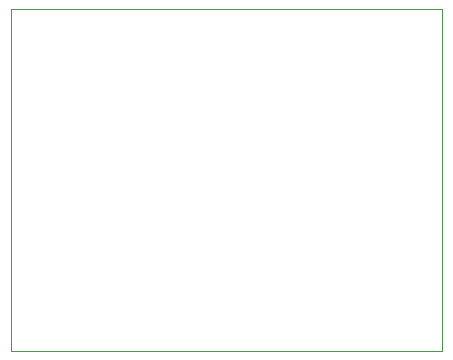
<source format=gbr>
%TF.GenerationSoftware,KiCad,Pcbnew,9.0.6*%
%TF.CreationDate,2025-12-23T20:16:15+05:30*%
%TF.ProjectId,Class D,436c6173-7320-4442-9e6b-696361645f70,rev?*%
%TF.SameCoordinates,Original*%
%TF.FileFunction,Profile,NP*%
%FSLAX46Y46*%
G04 Gerber Fmt 4.6, Leading zero omitted, Abs format (unit mm)*
G04 Created by KiCad (PCBNEW 9.0.6) date 2025-12-23 20:16:15*
%MOMM*%
%LPD*%
G01*
G04 APERTURE LIST*
%TA.AperFunction,Profile*%
%ADD10C,0.050000*%
%TD*%
G04 APERTURE END LIST*
D10*
X42000000Y-45000000D02*
X78500000Y-45000000D01*
X78500000Y-74000000D01*
X42000000Y-74000000D01*
X42000000Y-45000000D01*
M02*

</source>
